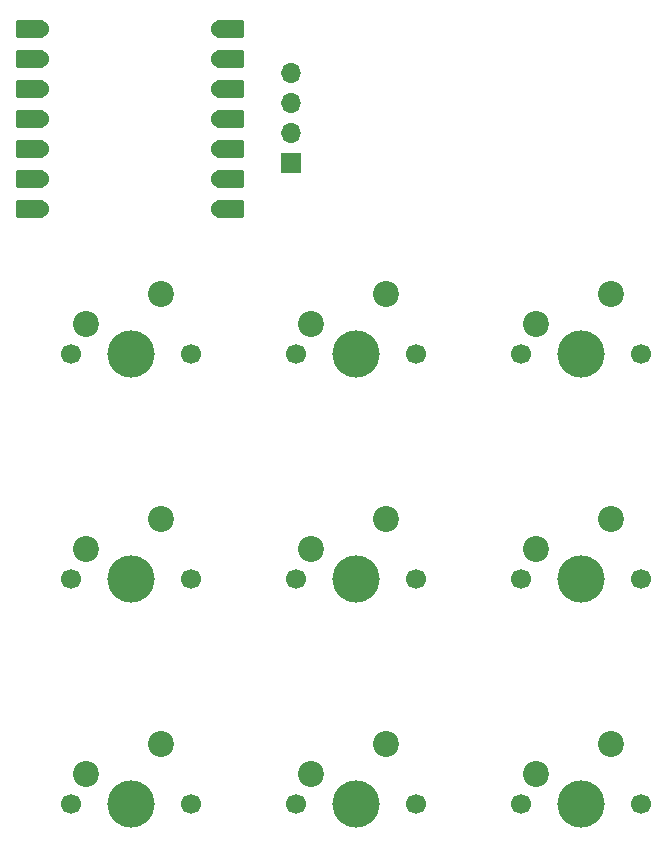
<source format=gts>
%TF.GenerationSoftware,KiCad,Pcbnew,9.0.6*%
%TF.CreationDate,2025-12-23T13:35:11+01:00*%
%TF.ProjectId,macropad,6d616372-6f70-4616-942e-6b696361645f,rev?*%
%TF.SameCoordinates,Original*%
%TF.FileFunction,Soldermask,Top*%
%TF.FilePolarity,Negative*%
%FSLAX46Y46*%
G04 Gerber Fmt 4.6, Leading zero omitted, Abs format (unit mm)*
G04 Created by KiCad (PCBNEW 9.0.6) date 2025-12-23 13:35:11*
%MOMM*%
%LPD*%
G01*
G04 APERTURE LIST*
G04 Aperture macros list*
%AMRoundRect*
0 Rectangle with rounded corners*
0 $1 Rounding radius*
0 $2 $3 $4 $5 $6 $7 $8 $9 X,Y pos of 4 corners*
0 Add a 4 corners polygon primitive as box body*
4,1,4,$2,$3,$4,$5,$6,$7,$8,$9,$2,$3,0*
0 Add four circle primitives for the rounded corners*
1,1,$1+$1,$2,$3*
1,1,$1+$1,$4,$5*
1,1,$1+$1,$6,$7*
1,1,$1+$1,$8,$9*
0 Add four rect primitives between the rounded corners*
20,1,$1+$1,$2,$3,$4,$5,0*
20,1,$1+$1,$4,$5,$6,$7,0*
20,1,$1+$1,$6,$7,$8,$9,0*
20,1,$1+$1,$8,$9,$2,$3,0*%
G04 Aperture macros list end*
%ADD10RoundRect,0.152400X1.063600X0.609600X-1.063600X0.609600X-1.063600X-0.609600X1.063600X-0.609600X0*%
%ADD11C,1.524000*%
%ADD12RoundRect,0.152400X-1.063600X-0.609600X1.063600X-0.609600X1.063600X0.609600X-1.063600X0.609600X0*%
%ADD13C,1.700000*%
%ADD14C,4.000000*%
%ADD15C,2.200000*%
%ADD16R,1.700000X1.700000*%
%ADD17O,1.700000X1.700000*%
G04 APERTURE END LIST*
D10*
X98925000Y-62510000D03*
D11*
X99760000Y-62510000D03*
D10*
X98925000Y-65050000D03*
D11*
X99760000Y-65050000D03*
D10*
X98925000Y-67590000D03*
D11*
X99760000Y-67590000D03*
D10*
X98925000Y-70130000D03*
D11*
X99760000Y-70130000D03*
D10*
X98925000Y-72670000D03*
D11*
X99760000Y-72670000D03*
D10*
X98925000Y-75210000D03*
D11*
X99760000Y-75210000D03*
D10*
X98925000Y-77750000D03*
D11*
X99760000Y-77750000D03*
X115000000Y-77750000D03*
D12*
X115835000Y-77750000D03*
D11*
X115000000Y-75210000D03*
D12*
X115835000Y-75210000D03*
D11*
X115000000Y-72670000D03*
D12*
X115835000Y-72670000D03*
D11*
X115000000Y-70130000D03*
D12*
X115835000Y-70130000D03*
D11*
X115000000Y-67590000D03*
D12*
X115835000Y-67590000D03*
D11*
X115000000Y-65050000D03*
D12*
X115835000Y-65050000D03*
D11*
X115000000Y-62510000D03*
D12*
X115835000Y-62510000D03*
D13*
X102380000Y-109130000D03*
D14*
X107460000Y-109130000D03*
D13*
X112540000Y-109130000D03*
D15*
X110000000Y-104050000D03*
X103650000Y-106590000D03*
D13*
X121430000Y-109130000D03*
D14*
X126510000Y-109130000D03*
D13*
X131590000Y-109130000D03*
D15*
X129050000Y-104050000D03*
X122700000Y-106590000D03*
D13*
X121430000Y-90080000D03*
D14*
X126510000Y-90080000D03*
D13*
X131590000Y-90080000D03*
D15*
X129050000Y-85000000D03*
X122700000Y-87540000D03*
D13*
X102380000Y-90080000D03*
D14*
X107460000Y-90080000D03*
D13*
X112540000Y-90080000D03*
D15*
X110000000Y-85000000D03*
X103650000Y-87540000D03*
D13*
X140480000Y-90080000D03*
D14*
X145560000Y-90080000D03*
D13*
X150640000Y-90080000D03*
D15*
X148100000Y-85000000D03*
X141750000Y-87540000D03*
D13*
X102380000Y-128180000D03*
D14*
X107460000Y-128180000D03*
D13*
X112540000Y-128180000D03*
D15*
X110000000Y-123100000D03*
X103650000Y-125640000D03*
D13*
X140480000Y-109130000D03*
D14*
X145560000Y-109130000D03*
D13*
X150640000Y-109130000D03*
D15*
X148100000Y-104050000D03*
X141750000Y-106590000D03*
D13*
X121430000Y-128180000D03*
D14*
X126510000Y-128180000D03*
D13*
X131590000Y-128180000D03*
D15*
X129050000Y-123100000D03*
X122700000Y-125640000D03*
D13*
X140480000Y-128180000D03*
D14*
X145560000Y-128180000D03*
D13*
X150640000Y-128180000D03*
D15*
X148100000Y-123100000D03*
X141750000Y-125640000D03*
D16*
X121000000Y-73876500D03*
D17*
X121000000Y-71336500D03*
X121000000Y-68796500D03*
X121000000Y-66256500D03*
M02*

</source>
